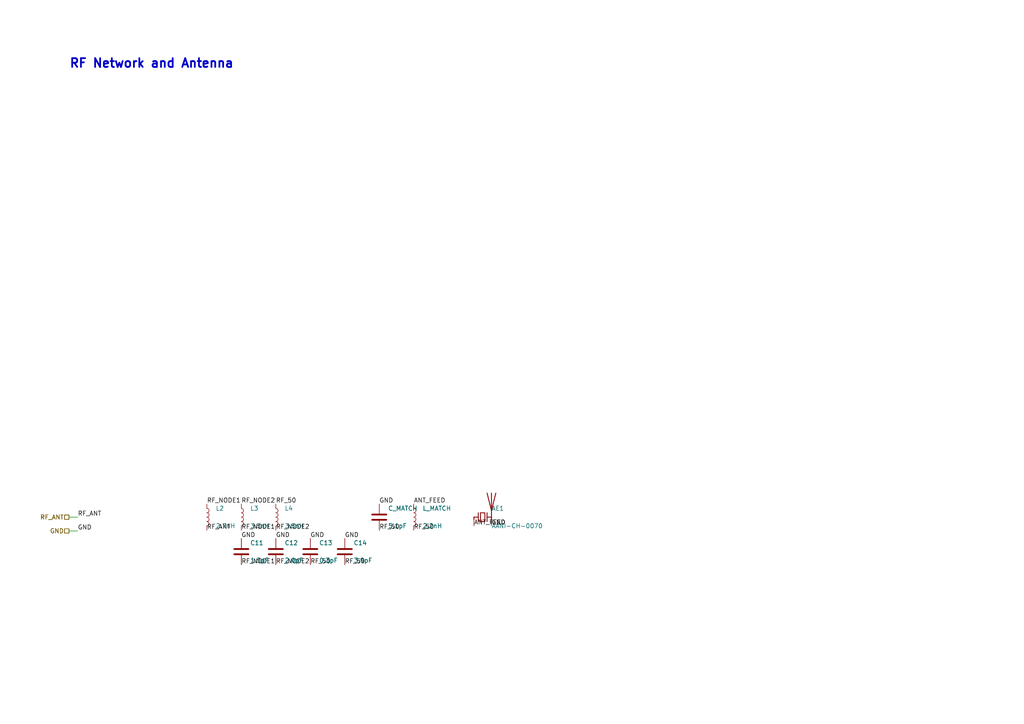
<source format=kicad_sch>
(kicad_sch (version 20250114) (generator "eeschema") (generator_version "9.0")
  (paper "A4")
  (lib_symbols
    (symbol "Connector_Generic:Conn_01x01" (pin_names (offset 1.016) (hide yes))
      (property "Reference" "J" (at 0 2.54 0))
      (property "Value" "Conn_01x01" (at 0 -2.54 0))
      (symbol "Conn_01x01_1_1"
        (rectangle (start -1.27 1.27) (end 1.27 -1.27) (stroke (width 0.254)) (fill (type background)))
        (rectangle (start -1.27 0.127) (end 0 -0.127) (stroke (width 0.1524)))
        (pin passive line (at -5.08 0 0) (length 3.81) (name "Pin_1") (number "1"))
      )
    )
    (symbol "Connector_Generic:Conn_01x03" (pin_names (offset 1.016) (hide yes))
      (property "Reference" "J" (at 0 5.08 0))
      (property "Value" "Conn_01x03" (at 0 -5.08 0))
      (symbol "Conn_01x03_1_1"
        (rectangle (start -1.27 3.81) (end 1.27 -3.81) (stroke (width 0.254)) (fill (type background)))
        (rectangle (start -1.27 2.667) (end 0 2.413) (stroke (width 0.1524)))
        (rectangle (start -1.27 0.127) (end 0 -0.127) (stroke (width 0.1524)))
        (rectangle (start -1.27 -2.413) (end 0 -2.667) (stroke (width 0.1524)))
        (pin passive line (at -5.08 2.54 0) (length 3.81) (name "Pin_1") (number "1"))
        (pin passive line (at -5.08 0 0) (length 3.81) (name "Pin_2") (number "2"))
        (pin passive line (at -5.08 -2.54 0) (length 3.81) (name "Pin_3") (number "3"))
      )
    )
    (symbol "Connector_Generic:Conn_01x05" (pin_names (offset 1.016) (hide yes))
      (property "Reference" "J" (at 0 7.62 0))
      (property "Value" "Conn_01x05" (at 0 -7.62 0))
      (symbol "Conn_01x05_1_1"
        (rectangle (start -1.27 6.35) (end 1.27 -6.35) (stroke (width 0.254)) (fill (type background)))
        (rectangle (start -1.27 5.207) (end 0 4.953) (stroke (width 0.1524)))
        (rectangle (start -1.27 2.667) (end 0 2.413) (stroke (width 0.1524)))
        (rectangle (start -1.27 0.127) (end 0 -0.127) (stroke (width 0.1524)))
        (rectangle (start -1.27 -2.413) (end 0 -2.667) (stroke (width 0.1524)))
        (rectangle (start -1.27 -4.953) (end 0 -5.207) (stroke (width 0.1524)))
        (pin passive line (at -5.08 5.08 0) (length 3.81) (name "Pin_1") (number "1"))
        (pin passive line (at -5.08 2.54 0) (length 3.81) (name "Pin_2") (number "2"))
        (pin passive line (at -5.08 0 0) (length 3.81) (name "Pin_3") (number "3"))
        (pin passive line (at -5.08 -2.54 0) (length 3.81) (name "Pin_4") (number "4"))
        (pin passive line (at -5.08 -5.08 0) (length 3.81) (name "Pin_5") (number "5"))
      )
    )
    (symbol "Device:Antenna_Chip" (pin_numbers (hide yes)) (pin_names (offset 1.016) (hide yes))
      (property "Reference" "AE" (at 0 5.08 0))
      (property "Value" "Antenna_Chip" (at 0 3.175 0))
      (symbol "Antenna_Chip_0_1"
        (polyline (pts (xy -2.54 0) (xy -2.54 -0.635)) (stroke (width 0.254)))
        (polyline (pts (xy -2.54 0) (xy -1.27 0)) (stroke (width 0.254)))
        (polyline (pts (xy -1.27 1.27) (xy -1.27 -1.27) (xy -1.27 0)) (stroke (width 0.254)))
        (polyline (pts (xy -0.635 1.27) (xy 0.635 1.27) (xy 0.635 -1.27) (xy -0.635 -1.27) (xy -0.635 1.27)) (stroke (width 0.254)))
        (polyline (pts (xy 1.27 1.27) (xy 1.27 -1.27)) (stroke (width 0.254)))
        (polyline (pts (xy 1.27 0) (xy 2.54 0)) (stroke (width 0.254)))
        (polyline (pts (xy 2.54 6.985) (xy 2.54 -1.905)) (stroke (width 0.254)))
        (polyline (pts (xy 2.54 -0.635) (xy 2.54 0)))
        (polyline (pts (xy 3.81 6.985) (xy 2.54 1.905) (xy 1.27 6.985)) (stroke (width 0.254)))
      )
      (symbol "Antenna_Chip_1_1"
        (pin input line (at -2.54 -2.54 90) (length 2.54) (name "FEED") (number "1"))
        (pin passive line (at 2.54 -2.54 90) (length 2.54) (name "PCB_Trace") (number "2"))
      )
    )
    (symbol "Device:C" (pin_numbers (hide yes)) (pin_names (offset 0.254))
      (property "Reference" "C" (at 0.635 2.54 0))
      (property "Value" "C" (at 0.635 -2.54 0))
      (symbol "C_0_1"
        (polyline (pts (xy -2.032 0.762) (xy 2.032 0.762)) (stroke (width 0.508)))
        (polyline (pts (xy -2.032 -0.762) (xy 2.032 -0.762)) (stroke (width 0.508)))
      )
      (symbol "C_1_1"
        (pin passive line (at 0 3.81 270) (length 2.794) (name "~") (number "1"))
        (pin passive line (at 0 -3.81 90) (length 2.794) (name "~") (number "2"))
      )
    )
    (symbol "Device:Crystal" (pin_numbers (hide yes)) (pin_names (offset 1.016) (hide yes))
      (property "Reference" "Y" (at 0 3.81 0))
      (property "Value" "Crystal" (at 0 -3.81 0))
      (symbol "Crystal_0_1"
        (polyline (pts (xy -2.54 0) (xy -1.905 0)))
        (polyline (pts (xy -1.905 -1.27) (xy -1.905 1.27)) (stroke (width 0.508)))
        (rectangle (start -1.143 2.54) (end 1.143 -2.54) (stroke (width 0.3048)))
        (polyline (pts (xy 1.905 -1.27) (xy 1.905 1.27)) (stroke (width 0.508)))
        (polyline (pts (xy 2.54 0) (xy 1.905 0)))
      )
      (symbol "Crystal_1_1"
        (pin passive line (at -3.81 0 0) (length 1.27) (name "1") (number "1"))
        (pin passive line (at 3.81 0 180) (length 1.27) (name "2") (number "2"))
      )
    )
    (symbol "Device:D" (pin_numbers (hide yes)) (pin_names (offset 1.016) (hide yes))
      (property "Reference" "D" (at 0 2.54 0))
      (property "Value" "D" (at 0 -2.54 0))
      (symbol "D_0_1"
        (polyline (pts (xy -1.27 1.27) (xy -1.27 -1.27)) (stroke (width 0.254)))
        (polyline (pts (xy 1.27 1.27) (xy 1.27 -1.27) (xy -1.27 0) (xy 1.27 1.27)) (stroke (width 0.254)))
        (polyline (pts (xy 1.27 0) (xy -1.27 0)))
      )
      (symbol "D_1_1"
        (pin passive line (at -3.81 0 0) (length 2.54) (name "K") (number "1"))
        (pin passive line (at 3.81 0 180) (length 2.54) (name "A") (number "2"))
      )
    )
    (symbol "Device:FerriteBead" (pin_numbers (hide yes)) (pin_names (offset 0))
      (property "Reference" "FB" (at -3.81 0.635 90))
      (property "Value" "FerriteBead" (at 3.81 0 90))
      (symbol "FerriteBead_0_1"
        (polyline (pts (xy -2.7686 0.4064) (xy -1.7018 2.2606) (xy 2.7686 -0.3048) (xy 1.6764 -2.159) (xy -2.7686 0.4064)))
        (polyline (pts (xy 0 1.27) (xy 0 1.2954)))
        (polyline (pts (xy 0 -1.27) (xy 0 -1.2192)))
      )
      (symbol "FerriteBead_1_1"
        (pin passive line (at 0 3.81 270) (length 2.54) (name "~") (number "1"))
        (pin passive line (at 0 -3.81 90) (length 2.54) (name "~") (number "2"))
      )
    )
    (symbol "Device:L" (pin_numbers (hide yes)) (pin_names (offset 1.016) (hide yes))
      (property "Reference" "L" (at -1.27 0 90))
      (property "Value" "L" (at 1.905 0 90))
      (symbol "L_0_1"
        (arc (start 0 2.54) (mid 0.6323 1.905) (end 0 1.27))
        (arc (start 0 1.27) (mid 0.6323 0.635) (end 0 0))
        (arc (start 0 0) (mid 0.6323 -0.635) (end 0 -1.27))
        (arc (start 0 -1.27) (mid 0.6323 -1.905) (end 0 -2.54))
      )
      (symbol "L_1_1"
        (pin passive line (at 0 3.81 270) (length 1.27) (name "1") (number "1"))
        (pin passive line (at 0 -3.81 90) (length 1.27) (name "2") (number "2"))
      )
    )
    (symbol "Device:R" (pin_numbers (hide yes)) (pin_names (offset 0))
      (property "Reference" "R" (at 2.032 0 90))
      (property "Value" "R" (at 0 0 90))
      (symbol "R_0_1"
        (rectangle (start -1.016 -2.54) (end 1.016 2.54) (stroke (width 0.254)))
      )
      (symbol "R_1_1"
        (pin passive line (at 0 3.81 270) (length 1.27) (name "~") (number "1"))
        (pin passive line (at 0 -3.81 90) (length 1.27) (name "~") (number "2"))
      )
    )
  )
  (text "RF Network and Antenna" (at 20 20 0) (effects (font (size 2.54 2.54) (thickness 0.508) (bold yes)) (justify left bottom)))
  (hierarchical_label "RF_ANT" (shape passive) (at 20 150 180))
  (hierarchical_label "GND" (shape passive) (at 20 154 180))
  (symbol (lib_id "Device:L") (at 60 150 0) (unit 1)
    (property "Reference" "L2" (at 62.54 147.46 0) (effects (justify left)))
    (property "Value" "2.7nH" (at 62.54 152.54 0) (effects (justify left)))
  )
  (symbol (lib_id "Device:L") (at 70 150 0) (unit 1)
    (property "Reference" "L3" (at 72.54 147.46 0) (effects (justify left)))
    (property "Value" "3.5nH" (at 72.54 152.54 0) (effects (justify left)))
  )
  (symbol (lib_id "Device:L") (at 80 150 0) (unit 1)
    (property "Reference" "L4" (at 82.54 147.46 0) (effects (justify left)))
    (property "Value" "3.5nH" (at 82.54 152.54 0) (effects (justify left)))
  )
  (symbol (lib_id "Device:C") (at 70 160 0) (unit 1)
    (property "Reference" "C11" (at 72.54 157.46 0) (effects (justify left)))
    (property "Value" "1.5pF" (at 72.54 162.54 0) (effects (justify left)))
  )
  (symbol (lib_id "Device:C") (at 80 160 0) (unit 1)
    (property "Reference" "C12" (at 82.54 157.46 0) (effects (justify left)))
    (property "Value" "2.0pF" (at 82.54 162.54 0) (effects (justify left)))
  )
  (symbol (lib_id "Device:C") (at 90 160 0) (unit 1)
    (property "Reference" "C13" (at 92.54 157.46 0) (effects (justify left)))
    (property "Value" "0.3pF" (at 92.54 162.54 0) (effects (justify left)))
  )
  (symbol (lib_id "Device:C") (at 100 160 0) (unit 1)
    (property "Reference" "C14" (at 102.54 157.46 0) (effects (justify left)))
    (property "Value" "3.9pF" (at 102.54 162.54 0) (effects (justify left)))
  )
  (symbol (lib_id "Device:C") (at 110 150 0) (unit 1)
    (property "Reference" "C_MATCH" (at 112.54 147.46 0) (effects (justify left)))
    (property "Value" "5.1pF" (at 112.54 152.54 0) (effects (justify left)))
  )
  (symbol (lib_id "Device:L") (at 120 150 0) (unit 1)
    (property "Reference" "L_MATCH" (at 122.54 147.46 0) (effects (justify left)))
    (property "Value" "2.2nH" (at 122.54 152.54 0) (effects (justify left)))
  )
  (symbol (lib_id "Device:Antenna_Chip") (at 140 150 0) (unit 1)
    (property "Reference" "AE1" (at 142.54 147.46 0) (effects (justify left)))
    (property "Value" "AANI-CH-0070" (at 142.54 152.54 0) (effects (justify left)))
  )
  (label "RF_ANT" (at 60 153.81 0))
  (label "RF_NODE1" (at 60 146.19 0))
  (label "RF_NODE1" (at 70 153.81 0))
  (label "RF_NODE2" (at 70 146.19 0))
  (label "RF_NODE2" (at 80 153.81 0))
  (label "RF_50" (at 80 146.19 0))
  (label "RF_NODE1" (at 70 163.81 0))
  (label "GND" (at 70 156.19 0))
  (label "RF_NODE2" (at 80 163.81 0))
  (label "GND" (at 80 156.19 0))
  (label "RF_50" (at 90 163.81 0))
  (label "GND" (at 90 156.19 0))
  (label "RF_50" (at 100 163.81 0))
  (label "GND" (at 100 156.19 0))
  (label "RF_50" (at 110 153.81 0))
  (label "GND" (at 110 146.19 0))
  (label "RF_50" (at 120 153.81 0))
  (label "ANT_FEED" (at 120 146.19 0))
  (label "ANT_FEED" (at 137.46 152.54 0))
  (label "GND" (at 142.54 152.54 0))
  (wire (pts (xy 20 150) (xy 22.54 150)))
  (label "RF_ANT" (at 22.54 150 0))
  (wire (pts (xy 20 154) (xy 22.54 154)))
  (label "GND" (at 22.54 154 0))
  (hierarchical_label "RF_ANT" (shape passive) (at 20 150 180))
  (hierarchical_label "GND" (shape passive) (at 20 154 180))
)
</source>
